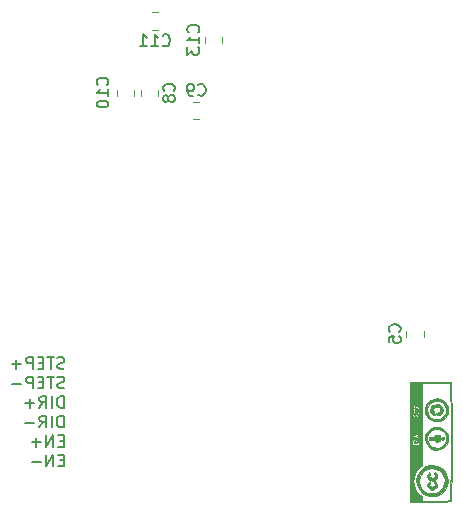
<source format=gbr>
G04 #@! TF.GenerationSoftware,KiCad,Pcbnew,5.1.9*
G04 #@! TF.CreationDate,2021-03-06T22:13:27+08:00*
G04 #@! TF.ProjectId,LaserSwitch-Master,4c617365-7253-4776-9974-63682d4d6173,rev?*
G04 #@! TF.SameCoordinates,Original*
G04 #@! TF.FileFunction,Legend,Bot*
G04 #@! TF.FilePolarity,Positive*
%FSLAX46Y46*%
G04 Gerber Fmt 4.6, Leading zero omitted, Abs format (unit mm)*
G04 Created by KiCad (PCBNEW 5.1.9) date 2021-03-06 22:13:27*
%MOMM*%
%LPD*%
G01*
G04 APERTURE LIST*
%ADD10C,0.150000*%
%ADD11C,0.010000*%
%ADD12C,0.120000*%
G04 APERTURE END LIST*
D10*
X118203023Y-120841361D02*
X118060166Y-120888980D01*
X117822071Y-120888980D01*
X117726833Y-120841361D01*
X117679214Y-120793742D01*
X117631595Y-120698504D01*
X117631595Y-120603266D01*
X117679214Y-120508028D01*
X117726833Y-120460409D01*
X117822071Y-120412790D01*
X118012547Y-120365171D01*
X118107785Y-120317552D01*
X118155404Y-120269933D01*
X118203023Y-120174695D01*
X118203023Y-120079457D01*
X118155404Y-119984219D01*
X118107785Y-119936600D01*
X118012547Y-119888980D01*
X117774452Y-119888980D01*
X117631595Y-119936600D01*
X117345880Y-119888980D02*
X116774452Y-119888980D01*
X117060166Y-120888980D02*
X117060166Y-119888980D01*
X116441119Y-120365171D02*
X116107785Y-120365171D01*
X115964928Y-120888980D02*
X116441119Y-120888980D01*
X116441119Y-119888980D01*
X115964928Y-119888980D01*
X115536357Y-120888980D02*
X115536357Y-119888980D01*
X115155404Y-119888980D01*
X115060166Y-119936600D01*
X115012547Y-119984219D01*
X114964928Y-120079457D01*
X114964928Y-120222314D01*
X115012547Y-120317552D01*
X115060166Y-120365171D01*
X115155404Y-120412790D01*
X115536357Y-120412790D01*
X114536357Y-120508028D02*
X113774452Y-120508028D01*
X114155404Y-120888980D02*
X114155404Y-120127076D01*
X118203023Y-122491361D02*
X118060166Y-122538980D01*
X117822071Y-122538980D01*
X117726833Y-122491361D01*
X117679214Y-122443742D01*
X117631595Y-122348504D01*
X117631595Y-122253266D01*
X117679214Y-122158028D01*
X117726833Y-122110409D01*
X117822071Y-122062790D01*
X118012547Y-122015171D01*
X118107785Y-121967552D01*
X118155404Y-121919933D01*
X118203023Y-121824695D01*
X118203023Y-121729457D01*
X118155404Y-121634219D01*
X118107785Y-121586600D01*
X118012547Y-121538980D01*
X117774452Y-121538980D01*
X117631595Y-121586600D01*
X117345880Y-121538980D02*
X116774452Y-121538980D01*
X117060166Y-122538980D02*
X117060166Y-121538980D01*
X116441119Y-122015171D02*
X116107785Y-122015171D01*
X115964928Y-122538980D02*
X116441119Y-122538980D01*
X116441119Y-121538980D01*
X115964928Y-121538980D01*
X115536357Y-122538980D02*
X115536357Y-121538980D01*
X115155404Y-121538980D01*
X115060166Y-121586600D01*
X115012547Y-121634219D01*
X114964928Y-121729457D01*
X114964928Y-121872314D01*
X115012547Y-121967552D01*
X115060166Y-122015171D01*
X115155404Y-122062790D01*
X115536357Y-122062790D01*
X114536357Y-122158028D02*
X113774452Y-122158028D01*
X118155404Y-124188980D02*
X118155404Y-123188980D01*
X117917309Y-123188980D01*
X117774452Y-123236600D01*
X117679214Y-123331838D01*
X117631595Y-123427076D01*
X117583976Y-123617552D01*
X117583976Y-123760409D01*
X117631595Y-123950885D01*
X117679214Y-124046123D01*
X117774452Y-124141361D01*
X117917309Y-124188980D01*
X118155404Y-124188980D01*
X117155404Y-124188980D02*
X117155404Y-123188980D01*
X116107785Y-124188980D02*
X116441119Y-123712790D01*
X116679214Y-124188980D02*
X116679214Y-123188980D01*
X116298261Y-123188980D01*
X116203023Y-123236600D01*
X116155404Y-123284219D01*
X116107785Y-123379457D01*
X116107785Y-123522314D01*
X116155404Y-123617552D01*
X116203023Y-123665171D01*
X116298261Y-123712790D01*
X116679214Y-123712790D01*
X115679214Y-123808028D02*
X114917309Y-123808028D01*
X115298261Y-124188980D02*
X115298261Y-123427076D01*
X118155404Y-125838980D02*
X118155404Y-124838980D01*
X117917309Y-124838980D01*
X117774452Y-124886600D01*
X117679214Y-124981838D01*
X117631595Y-125077076D01*
X117583976Y-125267552D01*
X117583976Y-125410409D01*
X117631595Y-125600885D01*
X117679214Y-125696123D01*
X117774452Y-125791361D01*
X117917309Y-125838980D01*
X118155404Y-125838980D01*
X117155404Y-125838980D02*
X117155404Y-124838980D01*
X116107785Y-125838980D02*
X116441119Y-125362790D01*
X116679214Y-125838980D02*
X116679214Y-124838980D01*
X116298261Y-124838980D01*
X116203023Y-124886600D01*
X116155404Y-124934219D01*
X116107785Y-125029457D01*
X116107785Y-125172314D01*
X116155404Y-125267552D01*
X116203023Y-125315171D01*
X116298261Y-125362790D01*
X116679214Y-125362790D01*
X115679214Y-125458028D02*
X114917309Y-125458028D01*
X118155404Y-126965171D02*
X117822071Y-126965171D01*
X117679214Y-127488980D02*
X118155404Y-127488980D01*
X118155404Y-126488980D01*
X117679214Y-126488980D01*
X117250642Y-127488980D02*
X117250642Y-126488980D01*
X116679214Y-127488980D01*
X116679214Y-126488980D01*
X116203023Y-127108028D02*
X115441119Y-127108028D01*
X115822071Y-127488980D02*
X115822071Y-126727076D01*
X118155404Y-128615171D02*
X117822071Y-128615171D01*
X117679214Y-129138980D02*
X118155404Y-129138980D01*
X118155404Y-128138980D01*
X117679214Y-128138980D01*
X117250642Y-129138980D02*
X117250642Y-128138980D01*
X116679214Y-129138980D01*
X116679214Y-128138980D01*
X116203023Y-128758028D02*
X115441119Y-128758028D01*
D11*
G04 #@! TO.C,G\u002A\u002A\u002A*
G36*
X151007318Y-126598512D02*
G01*
X151006493Y-126036948D01*
X151005034Y-125486916D01*
X151002942Y-124954831D01*
X151000213Y-124447105D01*
X150996849Y-123970151D01*
X150992851Y-123530382D01*
X150988218Y-123134212D01*
X150982950Y-122788053D01*
X150977047Y-122498320D01*
X150970509Y-122271424D01*
X150963337Y-122113779D01*
X150955529Y-122031799D01*
X150952200Y-122021600D01*
X150915419Y-122008066D01*
X150830935Y-121996903D01*
X150693222Y-121987952D01*
X150496753Y-121981056D01*
X150236004Y-121976057D01*
X149905446Y-121972798D01*
X149499555Y-121971119D01*
X149174200Y-121970800D01*
X147447000Y-121970800D01*
X147447000Y-132130800D01*
X149174200Y-132130800D01*
X149635046Y-132130117D01*
X149661034Y-132129971D01*
X149661034Y-132046134D01*
X148505334Y-132046134D01*
X148505334Y-131863755D01*
X148496648Y-131742859D01*
X148457533Y-131660166D01*
X148368402Y-131578598D01*
X148345459Y-131561117D01*
X148091372Y-131320097D01*
X147905294Y-131036981D01*
X147790034Y-130723684D01*
X147748402Y-130392123D01*
X147783208Y-130054214D01*
X147897260Y-129721874D01*
X147907064Y-129701600D01*
X147955000Y-129620082D01*
X147955000Y-127304800D01*
X147658667Y-127304800D01*
X147658667Y-127153851D01*
X147670850Y-127026907D01*
X147700385Y-126925123D01*
X147702490Y-126921017D01*
X147768594Y-126859282D01*
X147855546Y-126838999D01*
X147924586Y-126867863D01*
X147930325Y-126875790D01*
X147984151Y-126896449D01*
X148059051Y-126892169D01*
X148144259Y-126894003D01*
X148187044Y-126944985D01*
X148187044Y-126775094D01*
X148080816Y-126729179D01*
X148060222Y-126717382D01*
X147930612Y-126658780D01*
X147804624Y-126628575D01*
X147783247Y-126627467D01*
X147684205Y-126608228D01*
X147658667Y-126563967D01*
X147695585Y-126512968D01*
X147766697Y-126500467D01*
X147870935Y-126479448D01*
X147999746Y-126426952D01*
X148039027Y-126405908D01*
X148088092Y-126383458D01*
X148088092Y-124934134D01*
X147990922Y-124901933D01*
X147923387Y-124799852D01*
X147896531Y-124711884D01*
X147863081Y-124627683D01*
X147825865Y-124595467D01*
X147771369Y-124627894D01*
X147758109Y-124702881D01*
X147790008Y-124786986D01*
X147801700Y-124801461D01*
X147862765Y-124885876D01*
X147852971Y-124927875D01*
X147815300Y-124934134D01*
X147728620Y-124898497D01*
X147674565Y-124809919D01*
X147659345Y-124695898D01*
X147671015Y-124652083D01*
X147671015Y-124451342D01*
X147658667Y-124414026D01*
X147692894Y-124344588D01*
X147722167Y-124326158D01*
X147774577Y-124268101D01*
X147780353Y-124176916D01*
X147740327Y-124089585D01*
X147716342Y-124067276D01*
X147666648Y-124006772D01*
X147663425Y-123971862D01*
X147707663Y-123961167D01*
X147803862Y-123980074D01*
X147928577Y-124019681D01*
X148058362Y-124071086D01*
X148169773Y-124125390D01*
X148239365Y-124173690D01*
X148251334Y-124195065D01*
X148214872Y-124239304D01*
X148120799Y-124295100D01*
X148029084Y-124334779D01*
X147891438Y-124387071D01*
X147777793Y-124430644D01*
X147732750Y-124448184D01*
X147671015Y-124451342D01*
X147671015Y-124652083D01*
X147689167Y-124583931D01*
X147725191Y-124534991D01*
X147784436Y-124480891D01*
X147829964Y-124473916D01*
X147885991Y-124493377D01*
X147941706Y-124547611D01*
X147993335Y-124647975D01*
X147999293Y-124664903D01*
X148042064Y-124746770D01*
X148091921Y-124789925D01*
X148128738Y-124786305D01*
X148132390Y-124727845D01*
X148129756Y-124717175D01*
X148104347Y-124625055D01*
X148093069Y-124584884D01*
X148092661Y-124522327D01*
X148129380Y-124515535D01*
X148181892Y-124559027D01*
X148216703Y-124616634D01*
X148238659Y-124733748D01*
X148210970Y-124843819D01*
X148145195Y-124918311D01*
X148088092Y-124934134D01*
X148088092Y-126383458D01*
X148154153Y-126353231D01*
X148225496Y-126344662D01*
X148242013Y-126374181D01*
X148192659Y-126435769D01*
X148152427Y-126467723D01*
X148032507Y-126555078D01*
X148152504Y-126650978D01*
X148231797Y-126729582D01*
X148240341Y-126773092D01*
X148187044Y-126775094D01*
X148187044Y-126944985D01*
X148195845Y-126955473D01*
X148208228Y-126985269D01*
X148241327Y-127109552D01*
X148251334Y-127201723D01*
X148246634Y-127255591D01*
X148220246Y-127286423D01*
X148153737Y-127300630D01*
X148028673Y-127304625D01*
X147955000Y-127304800D01*
X147955000Y-129620082D01*
X147991351Y-129558264D01*
X148101415Y-129408696D01*
X148221734Y-129269990D01*
X148336785Y-129159241D01*
X148431046Y-129093542D01*
X148468961Y-129082800D01*
X148474522Y-129041504D01*
X148479825Y-128921762D01*
X148484803Y-128729796D01*
X148489394Y-128471826D01*
X148493533Y-128154074D01*
X148497155Y-127782761D01*
X148500195Y-127364107D01*
X148502590Y-126904333D01*
X148504275Y-126409661D01*
X148505186Y-125886312D01*
X148505334Y-125569134D01*
X148505334Y-122055467D01*
X149661034Y-122055467D01*
X150037845Y-122056641D01*
X150336142Y-122060333D01*
X150562050Y-122066803D01*
X150721691Y-122076307D01*
X150821189Y-122089104D01*
X150866667Y-122105451D01*
X150867534Y-122106267D01*
X150875664Y-122155974D01*
X150883148Y-122283876D01*
X150889987Y-122483505D01*
X150896179Y-122748390D01*
X150901726Y-123072063D01*
X150906626Y-123448056D01*
X150910881Y-123869898D01*
X150914490Y-124331121D01*
X150917453Y-124825256D01*
X150919770Y-125345834D01*
X150921442Y-125886386D01*
X150922467Y-126440442D01*
X150922847Y-127001534D01*
X150922580Y-127563193D01*
X150921668Y-128118949D01*
X150920110Y-128662333D01*
X150917906Y-129186878D01*
X150915056Y-129686112D01*
X150911560Y-130153568D01*
X150907418Y-130582777D01*
X150902631Y-130967268D01*
X150897197Y-131300574D01*
X150891118Y-131576225D01*
X150884393Y-131787753D01*
X150877022Y-131928687D01*
X150869005Y-131992560D01*
X150867534Y-131995334D01*
X150824323Y-132011845D01*
X150727365Y-132024795D01*
X150570537Y-132034441D01*
X150347715Y-132041040D01*
X150052777Y-132044851D01*
X149679598Y-132046132D01*
X149661034Y-132046134D01*
X149661034Y-132129971D01*
X150016761Y-132127960D01*
X150324872Y-132124173D01*
X150564906Y-132118597D01*
X150742388Y-132111075D01*
X150862844Y-132101449D01*
X150931802Y-132089560D01*
X150952200Y-132080001D01*
X150960264Y-132030356D01*
X150967692Y-131902461D01*
X150974486Y-131702728D01*
X150980645Y-131437570D01*
X150986169Y-131113400D01*
X150991058Y-130736632D01*
X150995313Y-130313678D01*
X150998933Y-129850951D01*
X151001917Y-129354866D01*
X151004266Y-128831835D01*
X151005981Y-128288271D01*
X151007062Y-127730587D01*
X151007507Y-127165196D01*
X151007318Y-126598512D01*
G37*
X151007318Y-126598512D02*
X151006493Y-126036948D01*
X151005034Y-125486916D01*
X151002942Y-124954831D01*
X151000213Y-124447105D01*
X150996849Y-123970151D01*
X150992851Y-123530382D01*
X150988218Y-123134212D01*
X150982950Y-122788053D01*
X150977047Y-122498320D01*
X150970509Y-122271424D01*
X150963337Y-122113779D01*
X150955529Y-122031799D01*
X150952200Y-122021600D01*
X150915419Y-122008066D01*
X150830935Y-121996903D01*
X150693222Y-121987952D01*
X150496753Y-121981056D01*
X150236004Y-121976057D01*
X149905446Y-121972798D01*
X149499555Y-121971119D01*
X149174200Y-121970800D01*
X147447000Y-121970800D01*
X147447000Y-132130800D01*
X149174200Y-132130800D01*
X149635046Y-132130117D01*
X149661034Y-132129971D01*
X149661034Y-132046134D01*
X148505334Y-132046134D01*
X148505334Y-131863755D01*
X148496648Y-131742859D01*
X148457533Y-131660166D01*
X148368402Y-131578598D01*
X148345459Y-131561117D01*
X148091372Y-131320097D01*
X147905294Y-131036981D01*
X147790034Y-130723684D01*
X147748402Y-130392123D01*
X147783208Y-130054214D01*
X147897260Y-129721874D01*
X147907064Y-129701600D01*
X147955000Y-129620082D01*
X147955000Y-127304800D01*
X147658667Y-127304800D01*
X147658667Y-127153851D01*
X147670850Y-127026907D01*
X147700385Y-126925123D01*
X147702490Y-126921017D01*
X147768594Y-126859282D01*
X147855546Y-126838999D01*
X147924586Y-126867863D01*
X147930325Y-126875790D01*
X147984151Y-126896449D01*
X148059051Y-126892169D01*
X148144259Y-126894003D01*
X148187044Y-126944985D01*
X148187044Y-126775094D01*
X148080816Y-126729179D01*
X148060222Y-126717382D01*
X147930612Y-126658780D01*
X147804624Y-126628575D01*
X147783247Y-126627467D01*
X147684205Y-126608228D01*
X147658667Y-126563967D01*
X147695585Y-126512968D01*
X147766697Y-126500467D01*
X147870935Y-126479448D01*
X147999746Y-126426952D01*
X148039027Y-126405908D01*
X148088092Y-126383458D01*
X148088092Y-124934134D01*
X147990922Y-124901933D01*
X147923387Y-124799852D01*
X147896531Y-124711884D01*
X147863081Y-124627683D01*
X147825865Y-124595467D01*
X147771369Y-124627894D01*
X147758109Y-124702881D01*
X147790008Y-124786986D01*
X147801700Y-124801461D01*
X147862765Y-124885876D01*
X147852971Y-124927875D01*
X147815300Y-124934134D01*
X147728620Y-124898497D01*
X147674565Y-124809919D01*
X147659345Y-124695898D01*
X147671015Y-124652083D01*
X147671015Y-124451342D01*
X147658667Y-124414026D01*
X147692894Y-124344588D01*
X147722167Y-124326158D01*
X147774577Y-124268101D01*
X147780353Y-124176916D01*
X147740327Y-124089585D01*
X147716342Y-124067276D01*
X147666648Y-124006772D01*
X147663425Y-123971862D01*
X147707663Y-123961167D01*
X147803862Y-123980074D01*
X147928577Y-124019681D01*
X148058362Y-124071086D01*
X148169773Y-124125390D01*
X148239365Y-124173690D01*
X148251334Y-124195065D01*
X148214872Y-124239304D01*
X148120799Y-124295100D01*
X148029084Y-124334779D01*
X147891438Y-124387071D01*
X147777793Y-124430644D01*
X147732750Y-124448184D01*
X147671015Y-124451342D01*
X147671015Y-124652083D01*
X147689167Y-124583931D01*
X147725191Y-124534991D01*
X147784436Y-124480891D01*
X147829964Y-124473916D01*
X147885991Y-124493377D01*
X147941706Y-124547611D01*
X147993335Y-124647975D01*
X147999293Y-124664903D01*
X148042064Y-124746770D01*
X148091921Y-124789925D01*
X148128738Y-124786305D01*
X148132390Y-124727845D01*
X148129756Y-124717175D01*
X148104347Y-124625055D01*
X148093069Y-124584884D01*
X148092661Y-124522327D01*
X148129380Y-124515535D01*
X148181892Y-124559027D01*
X148216703Y-124616634D01*
X148238659Y-124733748D01*
X148210970Y-124843819D01*
X148145195Y-124918311D01*
X148088092Y-124934134D01*
X148088092Y-126383458D01*
X148154153Y-126353231D01*
X148225496Y-126344662D01*
X148242013Y-126374181D01*
X148192659Y-126435769D01*
X148152427Y-126467723D01*
X148032507Y-126555078D01*
X148152504Y-126650978D01*
X148231797Y-126729582D01*
X148240341Y-126773092D01*
X148187044Y-126775094D01*
X148187044Y-126944985D01*
X148195845Y-126955473D01*
X148208228Y-126985269D01*
X148241327Y-127109552D01*
X148251334Y-127201723D01*
X148246634Y-127255591D01*
X148220246Y-127286423D01*
X148153737Y-127300630D01*
X148028673Y-127304625D01*
X147955000Y-127304800D01*
X147955000Y-129620082D01*
X147991351Y-129558264D01*
X148101415Y-129408696D01*
X148221734Y-129269990D01*
X148336785Y-129159241D01*
X148431046Y-129093542D01*
X148468961Y-129082800D01*
X148474522Y-129041504D01*
X148479825Y-128921762D01*
X148484803Y-128729796D01*
X148489394Y-128471826D01*
X148493533Y-128154074D01*
X148497155Y-127782761D01*
X148500195Y-127364107D01*
X148502590Y-126904333D01*
X148504275Y-126409661D01*
X148505186Y-125886312D01*
X148505334Y-125569134D01*
X148505334Y-122055467D01*
X149661034Y-122055467D01*
X150037845Y-122056641D01*
X150336142Y-122060333D01*
X150562050Y-122066803D01*
X150721691Y-122076307D01*
X150821189Y-122089104D01*
X150866667Y-122105451D01*
X150867534Y-122106267D01*
X150875664Y-122155974D01*
X150883148Y-122283876D01*
X150889987Y-122483505D01*
X150896179Y-122748390D01*
X150901726Y-123072063D01*
X150906626Y-123448056D01*
X150910881Y-123869898D01*
X150914490Y-124331121D01*
X150917453Y-124825256D01*
X150919770Y-125345834D01*
X150921442Y-125886386D01*
X150922467Y-126440442D01*
X150922847Y-127001534D01*
X150922580Y-127563193D01*
X150921668Y-128118949D01*
X150920110Y-128662333D01*
X150917906Y-129186878D01*
X150915056Y-129686112D01*
X150911560Y-130153568D01*
X150907418Y-130582777D01*
X150902631Y-130967268D01*
X150897197Y-131300574D01*
X150891118Y-131576225D01*
X150884393Y-131787753D01*
X150877022Y-131928687D01*
X150869005Y-131992560D01*
X150867534Y-131995334D01*
X150824323Y-132011845D01*
X150727365Y-132024795D01*
X150570537Y-132034441D01*
X150347715Y-132041040D01*
X150052777Y-132044851D01*
X149679598Y-132046132D01*
X149661034Y-132046134D01*
X149661034Y-132129971D01*
X150016761Y-132127960D01*
X150324872Y-132124173D01*
X150564906Y-132118597D01*
X150742388Y-132111075D01*
X150862844Y-132101449D01*
X150931802Y-132089560D01*
X150952200Y-132080001D01*
X150960264Y-132030356D01*
X150967692Y-131902461D01*
X150974486Y-131702728D01*
X150980645Y-131437570D01*
X150986169Y-131113400D01*
X150991058Y-130736632D01*
X150995313Y-130313678D01*
X150998933Y-129850951D01*
X151001917Y-129354866D01*
X151004266Y-128831835D01*
X151005981Y-128288271D01*
X151007062Y-127730587D01*
X151007507Y-127165196D01*
X151007318Y-126598512D01*
G36*
X147873223Y-127000684D02*
G01*
X147827570Y-126976713D01*
X147792112Y-127017462D01*
X147785667Y-127068439D01*
X147807853Y-127157207D01*
X147852111Y-127177800D01*
X147902596Y-127145743D01*
X147905028Y-127085866D01*
X147873223Y-127000684D01*
G37*
X147873223Y-127000684D02*
X147827570Y-126976713D01*
X147792112Y-127017462D01*
X147785667Y-127068439D01*
X147807853Y-127157207D01*
X147852111Y-127177800D01*
X147902596Y-127145743D01*
X147905028Y-127085866D01*
X147873223Y-127000684D01*
G36*
X148097864Y-127024182D02*
G01*
X148060834Y-127008467D01*
X148009120Y-127043760D01*
X147997334Y-127093134D01*
X148023804Y-127162086D01*
X148060834Y-127177800D01*
X148112548Y-127142507D01*
X148124334Y-127093134D01*
X148097864Y-127024182D01*
G37*
X148097864Y-127024182D02*
X148060834Y-127008467D01*
X148009120Y-127043760D01*
X147997334Y-127093134D01*
X148023804Y-127162086D01*
X148060834Y-127177800D01*
X148112548Y-127142507D01*
X148124334Y-127093134D01*
X148097864Y-127024182D01*
G36*
X148053713Y-124172782D02*
G01*
X147971774Y-124157793D01*
X147937296Y-124146438D01*
X147880697Y-124150368D01*
X147870334Y-124188771D01*
X147897063Y-124247499D01*
X147923250Y-124256152D01*
X147984159Y-124242017D01*
X148042479Y-124212185D01*
X148071764Y-124183555D01*
X148053713Y-124172782D01*
G37*
X148053713Y-124172782D02*
X147971774Y-124157793D01*
X147937296Y-124146438D01*
X147880697Y-124150368D01*
X147870334Y-124188771D01*
X147897063Y-124247499D01*
X147923250Y-124256152D01*
X147984159Y-124242017D01*
X148042479Y-124212185D01*
X148071764Y-124183555D01*
X148053713Y-124172782D01*
G36*
X150656954Y-130321691D02*
G01*
X150655478Y-130294029D01*
X150620600Y-130007934D01*
X150543352Y-129774161D01*
X150411902Y-129566062D01*
X150257634Y-129398092D01*
X150007293Y-129211716D01*
X149714464Y-129090043D01*
X149399708Y-129041268D01*
X149360996Y-129040703D01*
X149095775Y-129058757D01*
X148870496Y-129119615D01*
X148646670Y-129234196D01*
X148619900Y-129250919D01*
X148383465Y-129448899D01*
X148199681Y-129701197D01*
X148075639Y-129990768D01*
X148018429Y-130300568D01*
X148035140Y-130613552D01*
X148040849Y-130642921D01*
X148136724Y-130912758D01*
X148301724Y-131168477D01*
X148520413Y-131391685D01*
X148777359Y-131563990D01*
X148838819Y-131593842D01*
X149092968Y-131668467D01*
X149378225Y-131686460D01*
X149468763Y-131674476D01*
X149468763Y-131437367D01*
X149205576Y-131433035D01*
X148945116Y-131356665D01*
X148705147Y-131219537D01*
X148503437Y-131032932D01*
X148357751Y-130808130D01*
X148318071Y-130706704D01*
X148275573Y-130478506D01*
X148278849Y-130233335D01*
X148325761Y-130007846D01*
X148364240Y-129915238D01*
X148538694Y-129649090D01*
X148750413Y-129458469D01*
X149002450Y-129341454D01*
X149297858Y-129296124D01*
X149349729Y-129295397D01*
X149630639Y-129323749D01*
X149865613Y-129412591D01*
X150075777Y-129570729D01*
X150122517Y-129617504D01*
X150286127Y-129829729D01*
X150378904Y-130059693D01*
X150410203Y-130331296D01*
X150410334Y-130352801D01*
X150371496Y-130654606D01*
X150260542Y-130921549D01*
X150085812Y-131144021D01*
X149855647Y-131312416D01*
X149578388Y-131417126D01*
X149468763Y-131437367D01*
X149468763Y-131674476D01*
X149663553Y-131648692D01*
X149902334Y-131564007D01*
X150187912Y-131383260D01*
X150406770Y-131156134D01*
X150560074Y-130892035D01*
X150618783Y-130750024D01*
X150650881Y-130630312D01*
X150661795Y-130498875D01*
X150656954Y-130321691D01*
G37*
X150656954Y-130321691D02*
X150655478Y-130294029D01*
X150620600Y-130007934D01*
X150543352Y-129774161D01*
X150411902Y-129566062D01*
X150257634Y-129398092D01*
X150007293Y-129211716D01*
X149714464Y-129090043D01*
X149399708Y-129041268D01*
X149360996Y-129040703D01*
X149095775Y-129058757D01*
X148870496Y-129119615D01*
X148646670Y-129234196D01*
X148619900Y-129250919D01*
X148383465Y-129448899D01*
X148199681Y-129701197D01*
X148075639Y-129990768D01*
X148018429Y-130300568D01*
X148035140Y-130613552D01*
X148040849Y-130642921D01*
X148136724Y-130912758D01*
X148301724Y-131168477D01*
X148520413Y-131391685D01*
X148777359Y-131563990D01*
X148838819Y-131593842D01*
X149092968Y-131668467D01*
X149378225Y-131686460D01*
X149468763Y-131674476D01*
X149468763Y-131437367D01*
X149205576Y-131433035D01*
X148945116Y-131356665D01*
X148705147Y-131219537D01*
X148503437Y-131032932D01*
X148357751Y-130808130D01*
X148318071Y-130706704D01*
X148275573Y-130478506D01*
X148278849Y-130233335D01*
X148325761Y-130007846D01*
X148364240Y-129915238D01*
X148538694Y-129649090D01*
X148750413Y-129458469D01*
X149002450Y-129341454D01*
X149297858Y-129296124D01*
X149349729Y-129295397D01*
X149630639Y-129323749D01*
X149865613Y-129412591D01*
X150075777Y-129570729D01*
X150122517Y-129617504D01*
X150286127Y-129829729D01*
X150378904Y-130059693D01*
X150410203Y-130331296D01*
X150410334Y-130352801D01*
X150371496Y-130654606D01*
X150260542Y-130921549D01*
X150085812Y-131144021D01*
X149855647Y-131312416D01*
X149578388Y-131417126D01*
X149468763Y-131437367D01*
X149468763Y-131674476D01*
X149663553Y-131648692D01*
X149902334Y-131564007D01*
X150187912Y-131383260D01*
X150406770Y-131156134D01*
X150560074Y-130892035D01*
X150618783Y-130750024D01*
X150650881Y-130630312D01*
X150661795Y-130498875D01*
X150656954Y-130321691D01*
G36*
X150656633Y-126409074D02*
G01*
X150629998Y-126348435D01*
X150466449Y-126111667D01*
X150259253Y-125935953D01*
X150021928Y-125824112D01*
X149767992Y-125778961D01*
X149510962Y-125803319D01*
X149264356Y-125900005D01*
X149088388Y-126027034D01*
X148902837Y-126246801D01*
X148790575Y-126497623D01*
X148753858Y-126765735D01*
X148794945Y-127037370D01*
X148887556Y-127251829D01*
X149058796Y-127474274D01*
X149271093Y-127631914D01*
X149510545Y-127724348D01*
X149743777Y-127749107D01*
X149743777Y-127558800D01*
X149535021Y-127539608D01*
X149364097Y-127473023D01*
X149200669Y-127345529D01*
X149149025Y-127293862D01*
X149003970Y-127086438D01*
X148937086Y-126854021D01*
X148950316Y-126608467D01*
X149008240Y-126435216D01*
X149137320Y-126240875D01*
X149319772Y-126085081D01*
X149532487Y-125983286D01*
X149733000Y-125950606D01*
X149896223Y-125977323D01*
X150077175Y-126046275D01*
X150232893Y-126140661D01*
X150245710Y-126151093D01*
X150409183Y-126336196D01*
X150502632Y-126545655D01*
X150530919Y-126765829D01*
X150498908Y-126983078D01*
X150411463Y-127183763D01*
X150273447Y-127354244D01*
X150089723Y-127480880D01*
X149865156Y-127550031D01*
X149743777Y-127558800D01*
X149743777Y-127749107D01*
X149763248Y-127751174D01*
X150015299Y-127711992D01*
X150252795Y-127606400D01*
X150461833Y-127433997D01*
X150566505Y-127300299D01*
X150656710Y-127102549D01*
X150703209Y-126866964D01*
X150703889Y-126625240D01*
X150656633Y-126409074D01*
G37*
X150656633Y-126409074D02*
X150629998Y-126348435D01*
X150466449Y-126111667D01*
X150259253Y-125935953D01*
X150021928Y-125824112D01*
X149767992Y-125778961D01*
X149510962Y-125803319D01*
X149264356Y-125900005D01*
X149088388Y-126027034D01*
X148902837Y-126246801D01*
X148790575Y-126497623D01*
X148753858Y-126765735D01*
X148794945Y-127037370D01*
X148887556Y-127251829D01*
X149058796Y-127474274D01*
X149271093Y-127631914D01*
X149510545Y-127724348D01*
X149743777Y-127749107D01*
X149743777Y-127558800D01*
X149535021Y-127539608D01*
X149364097Y-127473023D01*
X149200669Y-127345529D01*
X149149025Y-127293862D01*
X149003970Y-127086438D01*
X148937086Y-126854021D01*
X148950316Y-126608467D01*
X149008240Y-126435216D01*
X149137320Y-126240875D01*
X149319772Y-126085081D01*
X149532487Y-125983286D01*
X149733000Y-125950606D01*
X149896223Y-125977323D01*
X150077175Y-126046275D01*
X150232893Y-126140661D01*
X150245710Y-126151093D01*
X150409183Y-126336196D01*
X150502632Y-126545655D01*
X150530919Y-126765829D01*
X150498908Y-126983078D01*
X150411463Y-127183763D01*
X150273447Y-127354244D01*
X150089723Y-127480880D01*
X149865156Y-127550031D01*
X149743777Y-127558800D01*
X149743777Y-127749107D01*
X149763248Y-127751174D01*
X150015299Y-127711992D01*
X150252795Y-127606400D01*
X150461833Y-127433997D01*
X150566505Y-127300299D01*
X150656710Y-127102549D01*
X150703209Y-126866964D01*
X150703889Y-126625240D01*
X150656633Y-126409074D01*
G36*
X150671474Y-124060097D02*
G01*
X150626821Y-123936938D01*
X150480805Y-123709666D01*
X150283845Y-123538596D01*
X150051077Y-123426996D01*
X149797636Y-123378133D01*
X149538659Y-123395277D01*
X149289281Y-123481696D01*
X149101401Y-123607544D01*
X148921369Y-123813117D01*
X148804661Y-124057261D01*
X148755011Y-124321521D01*
X148776156Y-124587441D01*
X148857808Y-124811059D01*
X149020678Y-125036991D01*
X149229596Y-125202037D01*
X149469903Y-125304165D01*
X149721808Y-125340600D01*
X149721808Y-125145800D01*
X149475557Y-125108093D01*
X149265745Y-125003831D01*
X149100649Y-124846305D01*
X148988544Y-124648806D01*
X148937708Y-124424625D01*
X148956416Y-124187051D01*
X149017667Y-124015015D01*
X149155531Y-123812115D01*
X149332093Y-123672597D01*
X149533943Y-123593473D01*
X149747673Y-123571754D01*
X149959873Y-123604454D01*
X150157134Y-123688585D01*
X150326048Y-123821159D01*
X150453205Y-123999187D01*
X150525197Y-124219683D01*
X150536404Y-124353410D01*
X150499777Y-124607081D01*
X150393211Y-124822524D01*
X150226381Y-124990329D01*
X150008959Y-125101086D01*
X149750618Y-125145387D01*
X149721808Y-125145800D01*
X149721808Y-125340600D01*
X149726936Y-125341342D01*
X149986035Y-125311536D01*
X150232539Y-125212716D01*
X150451786Y-125042849D01*
X150461005Y-125033261D01*
X150599584Y-124829999D01*
X150683324Y-124583734D01*
X150708521Y-124318942D01*
X150671474Y-124060097D01*
G37*
X150671474Y-124060097D02*
X150626821Y-123936938D01*
X150480805Y-123709666D01*
X150283845Y-123538596D01*
X150051077Y-123426996D01*
X149797636Y-123378133D01*
X149538659Y-123395277D01*
X149289281Y-123481696D01*
X149101401Y-123607544D01*
X148921369Y-123813117D01*
X148804661Y-124057261D01*
X148755011Y-124321521D01*
X148776156Y-124587441D01*
X148857808Y-124811059D01*
X149020678Y-125036991D01*
X149229596Y-125202037D01*
X149469903Y-125304165D01*
X149721808Y-125340600D01*
X149721808Y-125145800D01*
X149475557Y-125108093D01*
X149265745Y-125003831D01*
X149100649Y-124846305D01*
X148988544Y-124648806D01*
X148937708Y-124424625D01*
X148956416Y-124187051D01*
X149017667Y-124015015D01*
X149155531Y-123812115D01*
X149332093Y-123672597D01*
X149533943Y-123593473D01*
X149747673Y-123571754D01*
X149959873Y-123604454D01*
X150157134Y-123688585D01*
X150326048Y-123821159D01*
X150453205Y-123999187D01*
X150525197Y-124219683D01*
X150536404Y-124353410D01*
X150499777Y-124607081D01*
X150393211Y-124822524D01*
X150226381Y-124990329D01*
X150008959Y-125101086D01*
X149750618Y-125145387D01*
X149721808Y-125145800D01*
X149721808Y-125340600D01*
X149726936Y-125341342D01*
X149986035Y-125311536D01*
X150232539Y-125212716D01*
X150451786Y-125042849D01*
X150461005Y-125033261D01*
X150599584Y-124829999D01*
X150683324Y-124583734D01*
X150708521Y-124318942D01*
X150671474Y-124060097D01*
G36*
X149713938Y-130555269D02*
G01*
X149654430Y-130466412D01*
X149600326Y-130414158D01*
X149561910Y-130427639D01*
X149534118Y-130462939D01*
X149503598Y-130544149D01*
X149525301Y-130590414D01*
X149555664Y-130673065D01*
X149556334Y-130742054D01*
X149530464Y-130809363D01*
X149461676Y-130842347D01*
X149380796Y-130852949D01*
X149231364Y-130843193D01*
X149134201Y-130793372D01*
X149099160Y-130715209D01*
X149136092Y-130620431D01*
X149161379Y-130591803D01*
X149196167Y-130521623D01*
X149194862Y-130444247D01*
X149160393Y-130397986D01*
X149146388Y-130395782D01*
X149066845Y-130434269D01*
X148991994Y-130526278D01*
X148941571Y-130642011D01*
X148931351Y-130720434D01*
X148949434Y-130823029D01*
X148970644Y-130888021D01*
X149060908Y-131010361D01*
X149200196Y-131092553D01*
X149321189Y-131114800D01*
X149499347Y-131080985D01*
X149636517Y-130990973D01*
X149723882Y-130861915D01*
X149752627Y-130710963D01*
X149713938Y-130555269D01*
G37*
X149713938Y-130555269D02*
X149654430Y-130466412D01*
X149600326Y-130414158D01*
X149561910Y-130427639D01*
X149534118Y-130462939D01*
X149503598Y-130544149D01*
X149525301Y-130590414D01*
X149555664Y-130673065D01*
X149556334Y-130742054D01*
X149530464Y-130809363D01*
X149461676Y-130842347D01*
X149380796Y-130852949D01*
X149231364Y-130843193D01*
X149134201Y-130793372D01*
X149099160Y-130715209D01*
X149136092Y-130620431D01*
X149161379Y-130591803D01*
X149196167Y-130521623D01*
X149194862Y-130444247D01*
X149160393Y-130397986D01*
X149146388Y-130395782D01*
X149066845Y-130434269D01*
X148991994Y-130526278D01*
X148941571Y-130642011D01*
X148931351Y-130720434D01*
X148949434Y-130823029D01*
X148970644Y-130888021D01*
X149060908Y-131010361D01*
X149200196Y-131092553D01*
X149321189Y-131114800D01*
X149499347Y-131080985D01*
X149636517Y-130990973D01*
X149723882Y-130861915D01*
X149752627Y-130710963D01*
X149713938Y-130555269D01*
G36*
X149688997Y-129743973D02*
G01*
X149663111Y-129710740D01*
X149604457Y-129654980D01*
X149565611Y-129662306D01*
X149534118Y-129700939D01*
X149503598Y-129782149D01*
X149525301Y-129828414D01*
X149555664Y-129911065D01*
X149556334Y-129980054D01*
X149510386Y-130057202D01*
X149417748Y-130094066D01*
X149304401Y-130093798D01*
X149196326Y-130059555D01*
X149119508Y-129994492D01*
X149098000Y-129924400D01*
X149124633Y-129872371D01*
X149161379Y-129829803D01*
X149200442Y-129750733D01*
X149186120Y-129673743D01*
X149126526Y-129633786D01*
X149115725Y-129633134D01*
X149057636Y-129669034D01*
X148995626Y-129756460D01*
X148947088Y-129864996D01*
X148929291Y-129959115D01*
X148948514Y-130054136D01*
X148983042Y-130140300D01*
X149091148Y-130268745D01*
X149243085Y-130336786D01*
X149418437Y-130339158D01*
X149562769Y-130289765D01*
X149673998Y-130189109D01*
X149735438Y-130045400D01*
X149742101Y-129887424D01*
X149688997Y-129743973D01*
G37*
X149688997Y-129743973D02*
X149663111Y-129710740D01*
X149604457Y-129654980D01*
X149565611Y-129662306D01*
X149534118Y-129700939D01*
X149503598Y-129782149D01*
X149525301Y-129828414D01*
X149555664Y-129911065D01*
X149556334Y-129980054D01*
X149510386Y-130057202D01*
X149417748Y-130094066D01*
X149304401Y-130093798D01*
X149196326Y-130059555D01*
X149119508Y-129994492D01*
X149098000Y-129924400D01*
X149124633Y-129872371D01*
X149161379Y-129829803D01*
X149200442Y-129750733D01*
X149186120Y-129673743D01*
X149126526Y-129633786D01*
X149115725Y-129633134D01*
X149057636Y-129669034D01*
X148995626Y-129756460D01*
X148947088Y-129864996D01*
X148929291Y-129959115D01*
X148948514Y-130054136D01*
X148983042Y-130140300D01*
X149091148Y-130268745D01*
X149243085Y-130336786D01*
X149418437Y-130339158D01*
X149562769Y-130289765D01*
X149673998Y-130189109D01*
X149735438Y-130045400D01*
X149742101Y-129887424D01*
X149688997Y-129743973D01*
G36*
X149798521Y-126500467D02*
G01*
X149657423Y-126506079D01*
X149584461Y-126525794D01*
X149563667Y-126563926D01*
X149563667Y-126563967D01*
X149542764Y-126602261D01*
X149469416Y-126621977D01*
X149330834Y-126627467D01*
X149098000Y-126627467D01*
X149098000Y-126923800D01*
X149326305Y-126923800D01*
X149474629Y-126931803D01*
X149555407Y-126958555D01*
X149579873Y-126989638D01*
X149620649Y-127031006D01*
X149712476Y-127045412D01*
X149806652Y-127042554D01*
X150008167Y-127029634D01*
X150020771Y-126765050D01*
X150033374Y-126500467D01*
X149798521Y-126500467D01*
G37*
X149798521Y-126500467D02*
X149657423Y-126506079D01*
X149584461Y-126525794D01*
X149563667Y-126563926D01*
X149563667Y-126563967D01*
X149542764Y-126602261D01*
X149469416Y-126621977D01*
X149330834Y-126627467D01*
X149098000Y-126627467D01*
X149098000Y-126923800D01*
X149326305Y-126923800D01*
X149474629Y-126931803D01*
X149555407Y-126958555D01*
X149579873Y-126989638D01*
X149620649Y-127031006D01*
X149712476Y-127045412D01*
X149806652Y-127042554D01*
X150008167Y-127029634D01*
X150020771Y-126765050D01*
X150033374Y-126500467D01*
X149798521Y-126500467D01*
G36*
X150326932Y-126696647D02*
G01*
X150313572Y-126681896D01*
X150226836Y-126637147D01*
X150152466Y-126664853D01*
X150114951Y-126753675D01*
X150114000Y-126774305D01*
X150130902Y-126855451D01*
X150198286Y-126880869D01*
X150221162Y-126881467D01*
X150319362Y-126852769D01*
X150358398Y-126782999D01*
X150326932Y-126696647D01*
G37*
X150326932Y-126696647D02*
X150313572Y-126681896D01*
X150226836Y-126637147D01*
X150152466Y-126664853D01*
X150114951Y-126753675D01*
X150114000Y-126774305D01*
X150130902Y-126855451D01*
X150198286Y-126880869D01*
X150221162Y-126881467D01*
X150319362Y-126852769D01*
X150358398Y-126782999D01*
X150326932Y-126696647D01*
G36*
X150227719Y-124210827D02*
G01*
X150175723Y-124107688D01*
X150097067Y-124019734D01*
X149990531Y-123927305D01*
X149889452Y-123885447D01*
X149754349Y-123875800D01*
X149549846Y-123904136D01*
X149380616Y-123982353D01*
X149277333Y-124087187D01*
X149226678Y-124215318D01*
X149203466Y-124369830D01*
X149213055Y-124506572D01*
X149222779Y-124536704D01*
X149277766Y-124618148D01*
X149365746Y-124707092D01*
X149458492Y-124778448D01*
X149527043Y-124807134D01*
X149560635Y-124774127D01*
X149561586Y-124694933D01*
X149534720Y-124599293D01*
X149484856Y-124516949D01*
X149479000Y-124510800D01*
X149403999Y-124394978D01*
X149405526Y-124287302D01*
X149475525Y-124199605D01*
X149605937Y-124143720D01*
X149738451Y-124129800D01*
X149898363Y-124146227D01*
X149990797Y-124201274D01*
X150027460Y-124303591D01*
X150029334Y-124344750D01*
X150006909Y-124446137D01*
X149953164Y-124520707D01*
X149888397Y-124544396D01*
X149867513Y-124536610D01*
X149814253Y-124546430D01*
X149753264Y-124596465D01*
X149702503Y-124662803D01*
X149711204Y-124713345D01*
X149752627Y-124763099D01*
X149803205Y-124812915D01*
X149850162Y-124823990D01*
X149924153Y-124796308D01*
X149990606Y-124762961D01*
X150133381Y-124669456D01*
X150211342Y-124555641D01*
X150239811Y-124395637D01*
X150241000Y-124340017D01*
X150227719Y-124210827D01*
G37*
X150227719Y-124210827D02*
X150175723Y-124107688D01*
X150097067Y-124019734D01*
X149990531Y-123927305D01*
X149889452Y-123885447D01*
X149754349Y-123875800D01*
X149549846Y-123904136D01*
X149380616Y-123982353D01*
X149277333Y-124087187D01*
X149226678Y-124215318D01*
X149203466Y-124369830D01*
X149213055Y-124506572D01*
X149222779Y-124536704D01*
X149277766Y-124618148D01*
X149365746Y-124707092D01*
X149458492Y-124778448D01*
X149527043Y-124807134D01*
X149560635Y-124774127D01*
X149561586Y-124694933D01*
X149534720Y-124599293D01*
X149484856Y-124516949D01*
X149479000Y-124510800D01*
X149403999Y-124394978D01*
X149405526Y-124287302D01*
X149475525Y-124199605D01*
X149605937Y-124143720D01*
X149738451Y-124129800D01*
X149898363Y-124146227D01*
X149990797Y-124201274D01*
X150027460Y-124303591D01*
X150029334Y-124344750D01*
X150006909Y-124446137D01*
X149953164Y-124520707D01*
X149888397Y-124544396D01*
X149867513Y-124536610D01*
X149814253Y-124546430D01*
X149753264Y-124596465D01*
X149702503Y-124662803D01*
X149711204Y-124713345D01*
X149752627Y-124763099D01*
X149803205Y-124812915D01*
X149850162Y-124823990D01*
X149924153Y-124796308D01*
X149990606Y-124762961D01*
X150133381Y-124669456D01*
X150211342Y-124555641D01*
X150239811Y-124395637D01*
X150241000Y-124340017D01*
X150227719Y-124210827D01*
D12*
G04 #@! TO.C,C13*
X130125800Y-92753548D02*
X130125800Y-93276052D01*
X131595800Y-92753548D02*
X131595800Y-93276052D01*
G04 #@! TO.C,C11*
X125621148Y-92175000D02*
X126143652Y-92175000D01*
X125621148Y-90705000D02*
X126143652Y-90705000D01*
G04 #@! TO.C,C10*
X124102800Y-97771852D02*
X124102800Y-97249348D01*
X122632800Y-97771852D02*
X122632800Y-97249348D01*
G04 #@! TO.C,C9*
X129648852Y-98248800D02*
X129126348Y-98248800D01*
X129648852Y-99718800D02*
X129126348Y-99718800D01*
G04 #@! TO.C,C8*
X126185600Y-97771852D02*
X126185600Y-97249348D01*
X124715600Y-97771852D02*
X124715600Y-97249348D01*
G04 #@! TO.C,C5*
X147169200Y-117645548D02*
X147169200Y-118168052D01*
X148639200Y-117645548D02*
X148639200Y-118168052D01*
G04 #@! TO.C,C13*
D10*
X129537942Y-92371942D02*
X129585561Y-92324323D01*
X129633180Y-92181466D01*
X129633180Y-92086228D01*
X129585561Y-91943371D01*
X129490323Y-91848133D01*
X129395085Y-91800514D01*
X129204609Y-91752895D01*
X129061752Y-91752895D01*
X128871276Y-91800514D01*
X128776038Y-91848133D01*
X128680800Y-91943371D01*
X128633180Y-92086228D01*
X128633180Y-92181466D01*
X128680800Y-92324323D01*
X128728419Y-92371942D01*
X129633180Y-93324323D02*
X129633180Y-92752895D01*
X129633180Y-93038609D02*
X128633180Y-93038609D01*
X128776038Y-92943371D01*
X128871276Y-92848133D01*
X128918895Y-92752895D01*
X128633180Y-93657657D02*
X128633180Y-94276704D01*
X129014133Y-93943371D01*
X129014133Y-94086228D01*
X129061752Y-94181466D01*
X129109371Y-94229085D01*
X129204609Y-94276704D01*
X129442704Y-94276704D01*
X129537942Y-94229085D01*
X129585561Y-94181466D01*
X129633180Y-94086228D01*
X129633180Y-93800514D01*
X129585561Y-93705276D01*
X129537942Y-93657657D01*
G04 #@! TO.C,C11*
X126525257Y-93477142D02*
X126572876Y-93524761D01*
X126715733Y-93572380D01*
X126810971Y-93572380D01*
X126953828Y-93524761D01*
X127049066Y-93429523D01*
X127096685Y-93334285D01*
X127144304Y-93143809D01*
X127144304Y-93000952D01*
X127096685Y-92810476D01*
X127049066Y-92715238D01*
X126953828Y-92620000D01*
X126810971Y-92572380D01*
X126715733Y-92572380D01*
X126572876Y-92620000D01*
X126525257Y-92667619D01*
X125572876Y-93572380D02*
X126144304Y-93572380D01*
X125858590Y-93572380D02*
X125858590Y-92572380D01*
X125953828Y-92715238D01*
X126049066Y-92810476D01*
X126144304Y-92858095D01*
X124620495Y-93572380D02*
X125191923Y-93572380D01*
X124906209Y-93572380D02*
X124906209Y-92572380D01*
X125001447Y-92715238D01*
X125096685Y-92810476D01*
X125191923Y-92858095D01*
G04 #@! TO.C,C10*
X121845342Y-96842342D02*
X121892961Y-96794723D01*
X121940580Y-96651866D01*
X121940580Y-96556628D01*
X121892961Y-96413771D01*
X121797723Y-96318533D01*
X121702485Y-96270914D01*
X121512009Y-96223295D01*
X121369152Y-96223295D01*
X121178676Y-96270914D01*
X121083438Y-96318533D01*
X120988200Y-96413771D01*
X120940580Y-96556628D01*
X120940580Y-96651866D01*
X120988200Y-96794723D01*
X121035819Y-96842342D01*
X121940580Y-97794723D02*
X121940580Y-97223295D01*
X121940580Y-97509009D02*
X120940580Y-97509009D01*
X121083438Y-97413771D01*
X121178676Y-97318533D01*
X121226295Y-97223295D01*
X120940580Y-98413771D02*
X120940580Y-98509009D01*
X120988200Y-98604247D01*
X121035819Y-98651866D01*
X121131057Y-98699485D01*
X121321533Y-98747104D01*
X121559628Y-98747104D01*
X121750104Y-98699485D01*
X121845342Y-98651866D01*
X121892961Y-98604247D01*
X121940580Y-98509009D01*
X121940580Y-98413771D01*
X121892961Y-98318533D01*
X121845342Y-98270914D01*
X121750104Y-98223295D01*
X121559628Y-98175676D01*
X121321533Y-98175676D01*
X121131057Y-98223295D01*
X121035819Y-98270914D01*
X120988200Y-98318533D01*
X120940580Y-98413771D01*
G04 #@! TO.C,C9*
X129554266Y-97660942D02*
X129601885Y-97708561D01*
X129744742Y-97756180D01*
X129839980Y-97756180D01*
X129982838Y-97708561D01*
X130078076Y-97613323D01*
X130125695Y-97518085D01*
X130173314Y-97327609D01*
X130173314Y-97184752D01*
X130125695Y-96994276D01*
X130078076Y-96899038D01*
X129982838Y-96803800D01*
X129839980Y-96756180D01*
X129744742Y-96756180D01*
X129601885Y-96803800D01*
X129554266Y-96851419D01*
X129078076Y-97756180D02*
X128887600Y-97756180D01*
X128792361Y-97708561D01*
X128744742Y-97660942D01*
X128649504Y-97518085D01*
X128601885Y-97327609D01*
X128601885Y-96946657D01*
X128649504Y-96851419D01*
X128697123Y-96803800D01*
X128792361Y-96756180D01*
X128982838Y-96756180D01*
X129078076Y-96803800D01*
X129125695Y-96851419D01*
X129173314Y-96946657D01*
X129173314Y-97184752D01*
X129125695Y-97279990D01*
X129078076Y-97327609D01*
X128982838Y-97375228D01*
X128792361Y-97375228D01*
X128697123Y-97327609D01*
X128649504Y-97279990D01*
X128601885Y-97184752D01*
G04 #@! TO.C,C8*
X127487742Y-97343933D02*
X127535361Y-97296314D01*
X127582980Y-97153457D01*
X127582980Y-97058219D01*
X127535361Y-96915361D01*
X127440123Y-96820123D01*
X127344885Y-96772504D01*
X127154409Y-96724885D01*
X127011552Y-96724885D01*
X126821076Y-96772504D01*
X126725838Y-96820123D01*
X126630600Y-96915361D01*
X126582980Y-97058219D01*
X126582980Y-97153457D01*
X126630600Y-97296314D01*
X126678219Y-97343933D01*
X127011552Y-97915361D02*
X126963933Y-97820123D01*
X126916314Y-97772504D01*
X126821076Y-97724885D01*
X126773457Y-97724885D01*
X126678219Y-97772504D01*
X126630600Y-97820123D01*
X126582980Y-97915361D01*
X126582980Y-98105838D01*
X126630600Y-98201076D01*
X126678219Y-98248695D01*
X126773457Y-98296314D01*
X126821076Y-98296314D01*
X126916314Y-98248695D01*
X126963933Y-98201076D01*
X127011552Y-98105838D01*
X127011552Y-97915361D01*
X127059171Y-97820123D01*
X127106790Y-97772504D01*
X127202028Y-97724885D01*
X127392504Y-97724885D01*
X127487742Y-97772504D01*
X127535361Y-97820123D01*
X127582980Y-97915361D01*
X127582980Y-98105838D01*
X127535361Y-98201076D01*
X127487742Y-98248695D01*
X127392504Y-98296314D01*
X127202028Y-98296314D01*
X127106790Y-98248695D01*
X127059171Y-98201076D01*
X127011552Y-98105838D01*
G04 #@! TO.C,C5*
X146581342Y-117740133D02*
X146628961Y-117692514D01*
X146676580Y-117549657D01*
X146676580Y-117454419D01*
X146628961Y-117311561D01*
X146533723Y-117216323D01*
X146438485Y-117168704D01*
X146248009Y-117121085D01*
X146105152Y-117121085D01*
X145914676Y-117168704D01*
X145819438Y-117216323D01*
X145724200Y-117311561D01*
X145676580Y-117454419D01*
X145676580Y-117549657D01*
X145724200Y-117692514D01*
X145771819Y-117740133D01*
X145676580Y-118644895D02*
X145676580Y-118168704D01*
X146152771Y-118121085D01*
X146105152Y-118168704D01*
X146057533Y-118263942D01*
X146057533Y-118502038D01*
X146105152Y-118597276D01*
X146152771Y-118644895D01*
X146248009Y-118692514D01*
X146486104Y-118692514D01*
X146581342Y-118644895D01*
X146628961Y-118597276D01*
X146676580Y-118502038D01*
X146676580Y-118263942D01*
X146628961Y-118168704D01*
X146581342Y-118121085D01*
G04 #@! TD*
M02*

</source>
